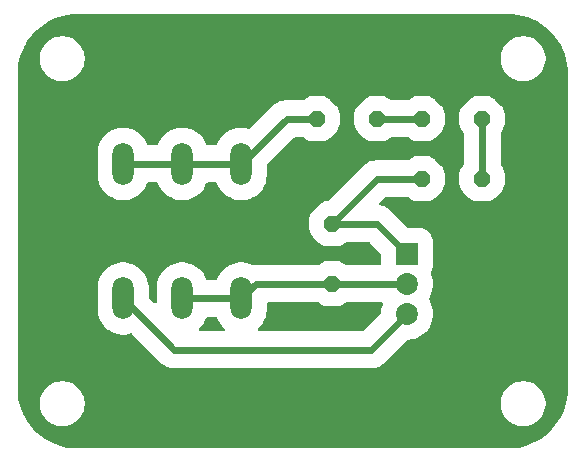
<source format=gbr>
%TF.GenerationSoftware,KiCad,Pcbnew,8.0.1-rc1*%
%TF.CreationDate,2024-04-19T00:03:43-05:00*%
%TF.ProjectId,voltage_converter,766f6c74-6167-4655-9f63-6f6e76657274,rev?*%
%TF.SameCoordinates,Original*%
%TF.FileFunction,Copper,L2,Bot*%
%TF.FilePolarity,Positive*%
%FSLAX46Y46*%
G04 Gerber Fmt 4.6, Leading zero omitted, Abs format (unit mm)*
G04 Created by KiCad (PCBNEW 8.0.1-rc1) date 2024-04-19 00:03:43*
%MOMM*%
%LPD*%
G01*
G04 APERTURE LIST*
G04 Aperture macros list*
%AMOutline5P*
0 Free polygon, 5 corners , with rotation*
0 The origin of the aperture is its center*
0 number of corners: always 5*
0 $1 to $10 corner X, Y*
0 $11 Rotation angle, in degrees counterclockwise*
0 create outline with 5 corners*
4,1,5,$1,$2,$3,$4,$5,$6,$7,$8,$9,$10,$1,$2,$11*%
%AMOutline6P*
0 Free polygon, 6 corners , with rotation*
0 The origin of the aperture is its center*
0 number of corners: always 6*
0 $1 to $12 corner X, Y*
0 $13 Rotation angle, in degrees counterclockwise*
0 create outline with 6 corners*
4,1,6,$1,$2,$3,$4,$5,$6,$7,$8,$9,$10,$11,$12,$1,$2,$13*%
%AMOutline7P*
0 Free polygon, 7 corners , with rotation*
0 The origin of the aperture is its center*
0 number of corners: always 7*
0 $1 to $14 corner X, Y*
0 $15 Rotation angle, in degrees counterclockwise*
0 create outline with 7 corners*
4,1,7,$1,$2,$3,$4,$5,$6,$7,$8,$9,$10,$11,$12,$13,$14,$1,$2,$15*%
%AMOutline8P*
0 Free polygon, 8 corners , with rotation*
0 The origin of the aperture is its center*
0 number of corners: always 8*
0 $1 to $16 corner X, Y*
0 $17 Rotation angle, in degrees counterclockwise*
0 create outline with 8 corners*
4,1,8,$1,$2,$3,$4,$5,$6,$7,$8,$9,$10,$11,$12,$13,$14,$15,$16,$1,$2,$17*%
G04 Aperture macros list end*
%TA.AperFunction,ComponentPad*%
%ADD10Outline8P,-0.660400X0.273547X-0.273547X0.660400X0.273547X0.660400X0.660400X0.273547X0.660400X-0.273547X0.273547X-0.660400X-0.273547X-0.660400X-0.660400X-0.273547X270.000000*%
%TD*%
%TA.AperFunction,ComponentPad*%
%ADD11Outline8P,-0.660400X0.273547X-0.273547X0.660400X0.273547X0.660400X0.660400X0.273547X0.660400X-0.273547X0.273547X-0.660400X-0.273547X-0.660400X-0.660400X-0.273547X180.000000*%
%TD*%
%TA.AperFunction,ComponentPad*%
%ADD12Outline8P,-0.660400X0.273547X-0.273547X0.660400X0.273547X0.660400X0.660400X0.273547X0.660400X-0.273547X0.273547X-0.660400X-0.273547X-0.660400X-0.660400X-0.273547X0.000000*%
%TD*%
%TA.AperFunction,ComponentPad*%
%ADD13C,1.860000*%
%TD*%
%TA.AperFunction,ComponentPad*%
%ADD14R,1.860000X1.860000*%
%TD*%
%TA.AperFunction,ComponentPad*%
%ADD15O,1.790700X3.581400*%
%TD*%
%TA.AperFunction,Conductor*%
%ADD16C,0.609600*%
%TD*%
G04 APERTURE END LIST*
D10*
%TO.P,R1,2*%
%TO.N,+8V*%
X151841100Y-109443600D03*
%TO.P,R1,1*%
%TO.N,N$3*%
X151841100Y-104363600D03*
%TD*%
D11*
%TO.P,R2,2*%
%TO.N,N$3*%
X159461100Y-100553600D03*
%TO.P,R2,1*%
%TO.N,N$2*%
X164541100Y-100553600D03*
%TD*%
D12*
%TO.P,R3,2*%
%TO.N,N$2*%
X164541100Y-95473600D03*
%TO.P,R3,1*%
%TO.N,N$1*%
X159461100Y-95473600D03*
%TD*%
%TO.P,R4,2*%
%TO.N,N$1*%
X155651100Y-95473600D03*
%TO.P,R4,1*%
%TO.N,GND*%
X150571100Y-95473600D03*
%TD*%
D13*
%TO.P,VR1,3*%
%TO.N,VCC*%
X158191100Y-111983600D03*
%TO.P,VR1,2*%
%TO.N,+8V*%
X158191100Y-109443600D03*
D14*
%TO.P,VR1,1*%
%TO.N,N$3*%
X158191100Y-106903600D03*
%TD*%
D15*
%TO.P,X4,3*%
%TO.N,VCC*%
X134141100Y-110693600D03*
%TO.P,X4,2*%
%TO.N,+8V*%
X139141100Y-110693600D03*
%TO.P,X4,1*%
X144141100Y-110693600D03*
%TD*%
%TO.P,X5,3*%
%TO.N,GND*%
X144141100Y-99303600D03*
%TO.P,X5,2*%
X139141100Y-99303600D03*
%TO.P,X5,1*%
X134141100Y-99303600D03*
%TD*%
D16*
%TO.N,VCC*%
X155153637Y-115021063D02*
X158191100Y-111983600D01*
X134141100Y-110693600D02*
X138468563Y-115021063D01*
X138468563Y-115021063D02*
X155153637Y-115021063D01*
%TO.N,GND*%
X147971100Y-95473600D02*
X150571100Y-95473600D01*
X144141100Y-99303600D02*
X147971100Y-95473600D01*
X139141100Y-99303600D02*
X134141100Y-99303600D01*
X144141100Y-99303600D02*
X139141100Y-99303600D01*
%TO.N,+8V*%
X145391100Y-109443600D02*
X151841100Y-109443600D01*
X144141100Y-110693600D02*
X145391100Y-109443600D01*
X139141100Y-110693600D02*
X144141100Y-110693600D01*
X158191100Y-109443600D02*
X151841100Y-109443600D01*
%TO.N,N$3*%
X155651100Y-100553600D02*
X159461100Y-100553600D01*
X151841100Y-104363600D02*
X155651100Y-100553600D01*
X155651100Y-104363600D02*
X158191100Y-106903600D01*
X151841100Y-104363600D02*
X155651100Y-104363600D01*
%TO.N,N$2*%
X164541100Y-95473600D02*
X164541100Y-100553600D01*
%TO.N,N$1*%
X159461100Y-95473600D02*
X155651100Y-95473600D01*
%TD*%
%TA.AperFunction,NonConductor*%
G36*
X166753662Y-86619205D02*
G01*
X167163388Y-86636152D01*
X167173561Y-86636995D01*
X167577969Y-86687404D01*
X167588049Y-86689086D01*
X167986901Y-86772716D01*
X167996809Y-86775225D01*
X168387394Y-86891508D01*
X168397062Y-86894827D01*
X168776696Y-87042961D01*
X168786081Y-87047078D01*
X169152157Y-87226042D01*
X169161171Y-87230919D01*
X169511252Y-87439522D01*
X169519831Y-87445128D01*
X169851461Y-87681906D01*
X169859543Y-87688197D01*
X170170512Y-87951574D01*
X170178052Y-87958515D01*
X170466184Y-88246647D01*
X170473125Y-88254187D01*
X170736502Y-88565156D01*
X170742797Y-88573244D01*
X170979571Y-88904868D01*
X170985177Y-88913447D01*
X171193780Y-89263528D01*
X171198657Y-89272542D01*
X171377621Y-89638618D01*
X171381738Y-89648003D01*
X171529867Y-90027625D01*
X171533195Y-90037318D01*
X171649470Y-90427877D01*
X171651986Y-90437812D01*
X171735610Y-90836636D01*
X171737297Y-90846745D01*
X171787702Y-91251117D01*
X171788548Y-91261331D01*
X171805494Y-91671037D01*
X171805600Y-91676161D01*
X171805600Y-118331038D01*
X171805494Y-118336162D01*
X171788548Y-118745868D01*
X171787702Y-118756082D01*
X171737297Y-119160454D01*
X171735610Y-119170563D01*
X171651986Y-119569387D01*
X171649470Y-119579322D01*
X171533195Y-119969881D01*
X171529867Y-119979574D01*
X171381738Y-120359196D01*
X171377621Y-120368581D01*
X171198657Y-120734657D01*
X171193780Y-120743671D01*
X170985177Y-121093752D01*
X170979571Y-121102331D01*
X170742797Y-121433955D01*
X170736502Y-121442043D01*
X170473125Y-121753012D01*
X170466184Y-121760552D01*
X170178052Y-122048684D01*
X170170512Y-122055625D01*
X169859543Y-122319002D01*
X169851455Y-122325297D01*
X169519831Y-122562071D01*
X169511252Y-122567677D01*
X169161171Y-122776280D01*
X169152157Y-122781157D01*
X168786081Y-122960121D01*
X168776696Y-122964238D01*
X168397074Y-123112367D01*
X168387381Y-123115695D01*
X167996822Y-123231970D01*
X167986887Y-123234486D01*
X167588063Y-123318110D01*
X167577954Y-123319797D01*
X167173582Y-123370202D01*
X167163368Y-123371048D01*
X166753663Y-123387994D01*
X166748539Y-123388100D01*
X130253661Y-123388100D01*
X130248537Y-123387994D01*
X129838831Y-123371048D01*
X129828617Y-123370202D01*
X129424245Y-123319797D01*
X129414136Y-123318110D01*
X129015312Y-123234486D01*
X129005377Y-123231970D01*
X128614818Y-123115695D01*
X128605125Y-123112367D01*
X128225503Y-122964238D01*
X128216118Y-122960121D01*
X127850042Y-122781157D01*
X127841028Y-122776280D01*
X127490947Y-122567677D01*
X127482368Y-122562071D01*
X127150744Y-122325297D01*
X127142656Y-122319002D01*
X126831687Y-122055625D01*
X126824147Y-122048684D01*
X126536015Y-121760552D01*
X126529074Y-121753012D01*
X126265697Y-121442043D01*
X126259402Y-121433955D01*
X126240906Y-121408050D01*
X126022628Y-121102331D01*
X126017022Y-121093752D01*
X125808419Y-120743671D01*
X125803542Y-120734657D01*
X125662629Y-120446416D01*
X125624576Y-120368577D01*
X125620461Y-120359196D01*
X125554861Y-120191077D01*
X125472327Y-119979562D01*
X125469008Y-119969894D01*
X125397059Y-119728224D01*
X127079600Y-119728224D01*
X127079601Y-119728241D01*
X127112134Y-119975356D01*
X127176649Y-120216129D01*
X127272031Y-120446404D01*
X127272038Y-120446419D01*
X127396667Y-120662283D01*
X127548407Y-120860034D01*
X127548413Y-120860041D01*
X127724658Y-121036286D01*
X127724665Y-121036292D01*
X127922416Y-121188032D01*
X128138280Y-121312661D01*
X128138295Y-121312668D01*
X128237535Y-121353774D01*
X128368571Y-121408051D01*
X128609340Y-121472565D01*
X128856469Y-121505100D01*
X128856476Y-121505100D01*
X129105724Y-121505100D01*
X129105731Y-121505100D01*
X129352860Y-121472565D01*
X129593629Y-121408051D01*
X129823916Y-121312663D01*
X130039784Y-121188032D01*
X130237536Y-121036291D01*
X130413791Y-120860036D01*
X130565532Y-120662284D01*
X130690163Y-120446416D01*
X130785551Y-120216129D01*
X130850065Y-119975360D01*
X130882600Y-119728231D01*
X130882600Y-119728224D01*
X166098500Y-119728224D01*
X166098501Y-119728241D01*
X166131034Y-119975356D01*
X166195549Y-120216129D01*
X166290931Y-120446404D01*
X166290938Y-120446419D01*
X166415567Y-120662283D01*
X166567307Y-120860034D01*
X166567313Y-120860041D01*
X166743558Y-121036286D01*
X166743565Y-121036292D01*
X166941316Y-121188032D01*
X167157180Y-121312661D01*
X167157195Y-121312668D01*
X167256435Y-121353774D01*
X167387471Y-121408051D01*
X167628240Y-121472565D01*
X167875369Y-121505100D01*
X167875376Y-121505100D01*
X168124624Y-121505100D01*
X168124631Y-121505100D01*
X168371760Y-121472565D01*
X168612529Y-121408051D01*
X168842816Y-121312663D01*
X169058684Y-121188032D01*
X169256436Y-121036291D01*
X169432691Y-120860036D01*
X169584432Y-120662284D01*
X169709063Y-120446416D01*
X169804451Y-120216129D01*
X169868965Y-119975360D01*
X169901500Y-119728231D01*
X169901500Y-119478969D01*
X169868965Y-119231840D01*
X169804451Y-118991071D01*
X169709063Y-118760784D01*
X169706348Y-118756082D01*
X169584432Y-118544916D01*
X169432692Y-118347165D01*
X169432686Y-118347158D01*
X169256441Y-118170913D01*
X169256434Y-118170907D01*
X169058683Y-118019167D01*
X168842819Y-117894538D01*
X168842804Y-117894531D01*
X168612529Y-117799149D01*
X168371756Y-117734634D01*
X168124641Y-117702101D01*
X168124636Y-117702100D01*
X168124631Y-117702100D01*
X167875369Y-117702100D01*
X167875363Y-117702100D01*
X167875358Y-117702101D01*
X167628243Y-117734634D01*
X167387470Y-117799149D01*
X167157195Y-117894531D01*
X167157180Y-117894538D01*
X166941316Y-118019167D01*
X166743565Y-118170907D01*
X166743558Y-118170913D01*
X166567313Y-118347158D01*
X166567307Y-118347165D01*
X166415567Y-118544916D01*
X166290938Y-118760780D01*
X166290931Y-118760795D01*
X166195549Y-118991070D01*
X166131034Y-119231843D01*
X166098501Y-119478958D01*
X166098500Y-119478975D01*
X166098500Y-119728224D01*
X130882600Y-119728224D01*
X130882600Y-119478969D01*
X130850065Y-119231840D01*
X130785551Y-118991071D01*
X130690163Y-118760784D01*
X130687448Y-118756082D01*
X130565532Y-118544916D01*
X130413792Y-118347165D01*
X130413786Y-118347158D01*
X130237541Y-118170913D01*
X130237534Y-118170907D01*
X130039783Y-118019167D01*
X129823919Y-117894538D01*
X129823904Y-117894531D01*
X129593629Y-117799149D01*
X129352856Y-117734634D01*
X129105741Y-117702101D01*
X129105736Y-117702100D01*
X129105731Y-117702100D01*
X128856469Y-117702100D01*
X128856463Y-117702100D01*
X128856458Y-117702101D01*
X128609343Y-117734634D01*
X128368570Y-117799149D01*
X128138295Y-117894531D01*
X128138280Y-117894538D01*
X127922416Y-118019167D01*
X127724665Y-118170907D01*
X127724658Y-118170913D01*
X127548413Y-118347158D01*
X127548407Y-118347165D01*
X127396667Y-118544916D01*
X127272038Y-118760780D01*
X127272031Y-118760795D01*
X127176649Y-118991070D01*
X127112134Y-119231843D01*
X127079601Y-119478958D01*
X127079600Y-119478975D01*
X127079600Y-119728224D01*
X125397059Y-119728224D01*
X125352725Y-119579309D01*
X125350216Y-119569401D01*
X125266586Y-119170549D01*
X125264904Y-119160469D01*
X125214495Y-118756061D01*
X125213652Y-118745888D01*
X125196706Y-118336162D01*
X125196600Y-118331038D01*
X125196600Y-111730900D01*
X131975250Y-111730900D01*
X131975251Y-111730917D01*
X132012307Y-112012389D01*
X132085792Y-112286637D01*
X132194438Y-112548932D01*
X132194443Y-112548943D01*
X132336393Y-112794806D01*
X132336404Y-112794822D01*
X132509232Y-113020056D01*
X132509238Y-113020063D01*
X132709986Y-113220811D01*
X132709993Y-113220817D01*
X132847138Y-113326052D01*
X132935236Y-113393652D01*
X132935243Y-113393656D01*
X133181106Y-113535606D01*
X133181111Y-113535608D01*
X133181114Y-113535610D01*
X133443417Y-113644259D01*
X133717657Y-113717742D01*
X133999143Y-113754800D01*
X133999150Y-113754800D01*
X134283050Y-113754800D01*
X134283057Y-113754800D01*
X134564543Y-113717742D01*
X134789482Y-113657469D01*
X134859327Y-113659132D01*
X134909252Y-113689563D01*
X137442324Y-116222635D01*
X137642926Y-116368381D01*
X137751286Y-116423593D01*
X137863856Y-116480951D01*
X137863862Y-116480953D01*
X137981767Y-116519262D01*
X137981768Y-116519262D01*
X138099679Y-116557574D01*
X138191518Y-116572119D01*
X138344579Y-116596363D01*
X138344584Y-116596363D01*
X155277621Y-116596363D01*
X155413674Y-116574813D01*
X155522521Y-116557574D01*
X155640431Y-116519262D01*
X155758343Y-116480951D01*
X155979274Y-116368381D01*
X156179876Y-116222635D01*
X158182272Y-114220236D01*
X158243593Y-114186753D01*
X158261830Y-114184185D01*
X158478939Y-114169956D01*
X158761853Y-114113681D01*
X159035002Y-114020959D01*
X159293711Y-113893378D01*
X159533554Y-113733120D01*
X159750427Y-113542927D01*
X159940620Y-113326054D01*
X160100878Y-113086211D01*
X160228459Y-112827502D01*
X160321181Y-112554353D01*
X160377456Y-112271439D01*
X160396322Y-111983600D01*
X160377456Y-111695761D01*
X160321181Y-111412847D01*
X160228459Y-111139698D01*
X160100878Y-110880989D01*
X160035062Y-110782489D01*
X160014185Y-110715814D01*
X160032669Y-110648434D01*
X160035047Y-110644732D01*
X160100878Y-110546211D01*
X160228459Y-110287502D01*
X160321181Y-110014353D01*
X160377456Y-109731439D01*
X160396322Y-109443600D01*
X160377456Y-109155761D01*
X160321181Y-108872847D01*
X160228459Y-108599698D01*
X160222278Y-108587164D01*
X160210283Y-108518332D01*
X160228965Y-108468624D01*
X160227825Y-108467977D01*
X160230571Y-108463137D01*
X160230572Y-108463136D01*
X160325151Y-108254916D01*
X160381030Y-108033153D01*
X160391600Y-107898847D01*
X160391599Y-105908354D01*
X160381030Y-105774047D01*
X160325151Y-105552284D01*
X160230572Y-105344064D01*
X160230571Y-105344062D01*
X160230568Y-105344056D01*
X160100340Y-105156085D01*
X160100337Y-105156081D01*
X160100334Y-105156077D01*
X159938623Y-104994366D01*
X159938619Y-104994363D01*
X159938614Y-104994359D01*
X159750643Y-104864131D01*
X159750637Y-104864128D01*
X159596662Y-104794189D01*
X159542416Y-104769549D01*
X159320653Y-104713670D01*
X159298268Y-104711908D01*
X159186352Y-104703100D01*
X159186347Y-104703100D01*
X158269772Y-104703100D01*
X158202733Y-104683415D01*
X158182091Y-104666781D01*
X156677341Y-103162030D01*
X156677340Y-103162029D01*
X156677339Y-103162028D01*
X156476737Y-103016282D01*
X156255806Y-102903711D01*
X156255803Y-102903710D01*
X156110215Y-102856407D01*
X156019984Y-102827089D01*
X156019982Y-102827088D01*
X156019980Y-102827088D01*
X155902471Y-102808476D01*
X155839336Y-102778546D01*
X155802405Y-102719235D01*
X155803403Y-102649372D01*
X155834186Y-102598324D01*
X156267292Y-102165219D01*
X156328615Y-102131734D01*
X156354973Y-102128900D01*
X158254333Y-102128900D01*
X158321372Y-102148585D01*
X158342014Y-102165219D01*
X158347935Y-102171140D01*
X158403440Y-102220187D01*
X158403444Y-102220190D01*
X158403448Y-102220193D01*
X158595712Y-102344030D01*
X158806998Y-102431548D01*
X159030510Y-102479931D01*
X159030515Y-102479932D01*
X159104446Y-102484500D01*
X159817756Y-102484500D01*
X159817757Y-102484500D01*
X159891687Y-102479931D01*
X160115204Y-102431547D01*
X160326490Y-102344029D01*
X160518753Y-102220192D01*
X160574259Y-102171146D01*
X161078646Y-101666758D01*
X161127693Y-101611252D01*
X161251530Y-101418988D01*
X161339048Y-101207702D01*
X161387432Y-100984185D01*
X161392000Y-100910256D01*
X162610200Y-100910256D01*
X162614769Y-100984189D01*
X162614769Y-100984190D01*
X162663152Y-101207701D01*
X162663152Y-101207702D01*
X162750671Y-101418990D01*
X162874508Y-101611253D01*
X162923559Y-101666765D01*
X162923562Y-101666768D01*
X163427935Y-102171140D01*
X163483440Y-102220187D01*
X163483444Y-102220190D01*
X163483448Y-102220193D01*
X163675712Y-102344030D01*
X163886998Y-102431548D01*
X164110510Y-102479931D01*
X164110515Y-102479932D01*
X164184446Y-102484500D01*
X164897756Y-102484500D01*
X164897757Y-102484500D01*
X164971687Y-102479931D01*
X165195204Y-102431547D01*
X165406490Y-102344029D01*
X165598753Y-102220192D01*
X165654259Y-102171146D01*
X166158646Y-101666758D01*
X166207693Y-101611252D01*
X166331530Y-101418988D01*
X166419048Y-101207702D01*
X166467432Y-100984185D01*
X166472000Y-100910254D01*
X166472000Y-100196943D01*
X166467431Y-100123013D01*
X166419047Y-99899496D01*
X166331529Y-99688210D01*
X166207692Y-99495947D01*
X166158646Y-99440441D01*
X166152719Y-99434514D01*
X166119234Y-99373191D01*
X166116400Y-99346833D01*
X166116400Y-96680366D01*
X166136085Y-96613327D01*
X166152725Y-96592679D01*
X166158642Y-96586762D01*
X166158648Y-96586756D01*
X166207693Y-96531252D01*
X166331530Y-96338988D01*
X166419048Y-96127702D01*
X166467432Y-95904185D01*
X166472000Y-95830254D01*
X166472000Y-95116943D01*
X166467431Y-95043013D01*
X166419047Y-94819496D01*
X166331529Y-94608210D01*
X166207692Y-94415947D01*
X166158646Y-94360441D01*
X166158640Y-94360434D01*
X166158637Y-94360431D01*
X165654264Y-93856059D01*
X165598759Y-93807012D01*
X165598753Y-93807008D01*
X165598752Y-93807007D01*
X165406488Y-93683170D01*
X165195200Y-93595651D01*
X164971686Y-93547268D01*
X164971690Y-93547268D01*
X164897754Y-93542700D01*
X164184443Y-93542700D01*
X164165960Y-93543842D01*
X164110510Y-93547269D01*
X164110509Y-93547269D01*
X163886998Y-93595652D01*
X163886997Y-93595652D01*
X163675709Y-93683171D01*
X163483446Y-93807008D01*
X163427934Y-93856059D01*
X163427931Y-93856062D01*
X162923559Y-94360435D01*
X162874512Y-94415940D01*
X162874508Y-94415946D01*
X162750670Y-94608211D01*
X162663151Y-94819499D01*
X162663151Y-94819500D01*
X162614768Y-95043011D01*
X162610200Y-95116946D01*
X162610200Y-95830256D01*
X162614769Y-95904189D01*
X162614769Y-95904190D01*
X162663152Y-96127701D01*
X162663152Y-96127702D01*
X162663153Y-96127704D01*
X162750671Y-96338990D01*
X162874508Y-96531253D01*
X162923554Y-96586759D01*
X162929476Y-96592680D01*
X162962964Y-96654000D01*
X162965800Y-96680366D01*
X162965800Y-99346833D01*
X162946115Y-99413872D01*
X162929481Y-99434514D01*
X162923559Y-99440435D01*
X162874512Y-99495940D01*
X162874508Y-99495946D01*
X162750670Y-99688211D01*
X162663151Y-99899499D01*
X162663151Y-99899500D01*
X162614768Y-100123011D01*
X162610200Y-100196946D01*
X162610200Y-100910256D01*
X161392000Y-100910256D01*
X161392000Y-100910254D01*
X161392000Y-100196943D01*
X161387431Y-100123013D01*
X161339047Y-99899496D01*
X161251529Y-99688210D01*
X161127692Y-99495947D01*
X161078646Y-99440441D01*
X161078644Y-99440439D01*
X161078640Y-99440434D01*
X161078637Y-99440431D01*
X160574264Y-98936059D01*
X160518759Y-98887012D01*
X160518753Y-98887008D01*
X160518752Y-98887007D01*
X160326488Y-98763170D01*
X160115200Y-98675651D01*
X159891686Y-98627268D01*
X159891690Y-98627268D01*
X159817754Y-98622700D01*
X159104443Y-98622700D01*
X159085960Y-98623842D01*
X159030510Y-98627269D01*
X159030509Y-98627269D01*
X158806998Y-98675652D01*
X158806997Y-98675652D01*
X158595709Y-98763171D01*
X158403446Y-98887008D01*
X158347944Y-98936051D01*
X158347939Y-98936055D01*
X158342014Y-98941981D01*
X158280691Y-98975466D01*
X158254333Y-98978300D01*
X155527116Y-98978300D01*
X155282219Y-99017088D01*
X155282218Y-99017088D01*
X155191985Y-99046407D01*
X155046397Y-99093710D01*
X154825462Y-99206282D01*
X154711012Y-99289435D01*
X154624861Y-99352028D01*
X154624859Y-99352030D01*
X154624858Y-99352030D01*
X151580508Y-102396381D01*
X151519185Y-102429866D01*
X151492827Y-102432700D01*
X151484443Y-102432700D01*
X151465960Y-102433842D01*
X151410510Y-102437269D01*
X151410509Y-102437269D01*
X151186998Y-102485652D01*
X151186997Y-102485652D01*
X150975709Y-102573171D01*
X150783446Y-102697008D01*
X150727934Y-102746059D01*
X150727931Y-102746062D01*
X150223559Y-103250435D01*
X150174512Y-103305940D01*
X150174508Y-103305946D01*
X150050670Y-103498211D01*
X149963151Y-103709499D01*
X149963151Y-103709500D01*
X149914768Y-103933011D01*
X149910200Y-104006946D01*
X149910200Y-104720256D01*
X149914769Y-104794189D01*
X149914769Y-104794190D01*
X149963152Y-105017701D01*
X149963152Y-105017702D01*
X150050671Y-105228990D01*
X150174508Y-105421253D01*
X150223559Y-105476765D01*
X150223562Y-105476768D01*
X150727935Y-105981140D01*
X150783440Y-106030187D01*
X150783444Y-106030190D01*
X150783448Y-106030193D01*
X150975712Y-106154030D01*
X151186998Y-106241548D01*
X151410510Y-106289931D01*
X151410515Y-106289932D01*
X151484446Y-106294500D01*
X152197756Y-106294500D01*
X152197757Y-106294500D01*
X152271687Y-106289931D01*
X152495204Y-106241547D01*
X152706490Y-106154029D01*
X152898753Y-106030192D01*
X152954259Y-105981146D01*
X152960186Y-105975219D01*
X153021509Y-105941734D01*
X153047867Y-105938900D01*
X154947227Y-105938900D01*
X155014266Y-105958585D01*
X155034908Y-105975219D01*
X155954281Y-106894591D01*
X155987766Y-106955914D01*
X155990600Y-106982272D01*
X155990601Y-107744300D01*
X155970917Y-107811339D01*
X155918113Y-107857094D01*
X155866601Y-107868300D01*
X153047867Y-107868300D01*
X152980828Y-107848615D01*
X152960186Y-107831981D01*
X152954264Y-107826059D01*
X152898759Y-107777012D01*
X152898753Y-107777008D01*
X152898752Y-107777007D01*
X152706488Y-107653170D01*
X152495200Y-107565651D01*
X152271686Y-107517268D01*
X152271690Y-107517268D01*
X152197754Y-107512700D01*
X151484443Y-107512700D01*
X151465960Y-107513842D01*
X151410510Y-107517269D01*
X151410509Y-107517269D01*
X151186998Y-107565652D01*
X151186997Y-107565652D01*
X150975709Y-107653171D01*
X150783446Y-107777008D01*
X150727944Y-107826051D01*
X150727939Y-107826055D01*
X150722014Y-107831981D01*
X150660691Y-107865466D01*
X150634333Y-107868300D01*
X145267119Y-107868300D01*
X145202906Y-107878469D01*
X145133613Y-107869512D01*
X145121512Y-107863383D01*
X145101084Y-107851589D01*
X145101079Y-107851587D01*
X144838787Y-107742942D01*
X144564539Y-107669457D01*
X144283067Y-107632401D01*
X144283062Y-107632400D01*
X144283057Y-107632400D01*
X143999143Y-107632400D01*
X143999137Y-107632400D01*
X143999132Y-107632401D01*
X143717660Y-107669457D01*
X143443412Y-107742942D01*
X143181117Y-107851588D01*
X143181106Y-107851593D01*
X142935243Y-107993543D01*
X142935227Y-107993554D01*
X142709993Y-108166382D01*
X142709986Y-108166388D01*
X142509238Y-108367136D01*
X142509232Y-108367143D01*
X142336404Y-108592377D01*
X142336393Y-108592393D01*
X142194443Y-108838256D01*
X142194435Y-108838272D01*
X142110153Y-109041752D01*
X142066313Y-109096156D01*
X142000018Y-109118221D01*
X141995592Y-109118300D01*
X141286608Y-109118300D01*
X141219569Y-109098615D01*
X141173814Y-109045811D01*
X141172047Y-109041752D01*
X141087764Y-108838272D01*
X141087756Y-108838256D01*
X140945806Y-108592393D01*
X140945802Y-108592386D01*
X140772966Y-108367142D01*
X140772961Y-108367136D01*
X140572213Y-108166388D01*
X140572206Y-108166382D01*
X140346972Y-107993554D01*
X140346970Y-107993552D01*
X140346964Y-107993548D01*
X140346959Y-107993545D01*
X140346956Y-107993543D01*
X140101093Y-107851593D01*
X140101082Y-107851588D01*
X139838787Y-107742942D01*
X139564539Y-107669457D01*
X139283067Y-107632401D01*
X139283062Y-107632400D01*
X139283057Y-107632400D01*
X138999143Y-107632400D01*
X138999137Y-107632400D01*
X138999132Y-107632401D01*
X138717660Y-107669457D01*
X138443412Y-107742942D01*
X138181117Y-107851588D01*
X138181106Y-107851593D01*
X137935243Y-107993543D01*
X137935227Y-107993554D01*
X137709993Y-108166382D01*
X137709986Y-108166388D01*
X137509238Y-108367136D01*
X137509232Y-108367143D01*
X137336404Y-108592377D01*
X137336393Y-108592393D01*
X137194443Y-108838256D01*
X137194438Y-108838267D01*
X137085792Y-109100562D01*
X137012307Y-109374810D01*
X136975251Y-109656282D01*
X136975250Y-109656299D01*
X136975250Y-111000577D01*
X136955565Y-111067616D01*
X136902761Y-111113371D01*
X136833603Y-111123315D01*
X136770047Y-111094290D01*
X136763569Y-111088258D01*
X136343269Y-110667958D01*
X136309784Y-110606635D01*
X136306950Y-110580277D01*
X136306950Y-109656299D01*
X136306950Y-109656293D01*
X136269892Y-109374807D01*
X136196409Y-109100567D01*
X136195600Y-109098615D01*
X136171796Y-109041146D01*
X136087760Y-108838264D01*
X136087758Y-108838261D01*
X136087756Y-108838256D01*
X135945806Y-108592393D01*
X135945802Y-108592386D01*
X135772966Y-108367142D01*
X135772961Y-108367136D01*
X135572213Y-108166388D01*
X135572206Y-108166382D01*
X135346972Y-107993554D01*
X135346970Y-107993552D01*
X135346964Y-107993548D01*
X135346959Y-107993545D01*
X135346956Y-107993543D01*
X135101093Y-107851593D01*
X135101082Y-107851588D01*
X134838787Y-107742942D01*
X134564539Y-107669457D01*
X134283067Y-107632401D01*
X134283062Y-107632400D01*
X134283057Y-107632400D01*
X133999143Y-107632400D01*
X133999137Y-107632400D01*
X133999132Y-107632401D01*
X133717660Y-107669457D01*
X133443412Y-107742942D01*
X133181117Y-107851588D01*
X133181106Y-107851593D01*
X132935243Y-107993543D01*
X132935227Y-107993554D01*
X132709993Y-108166382D01*
X132709986Y-108166388D01*
X132509238Y-108367136D01*
X132509232Y-108367143D01*
X132336404Y-108592377D01*
X132336393Y-108592393D01*
X132194443Y-108838256D01*
X132194438Y-108838267D01*
X132085792Y-109100562D01*
X132012307Y-109374810D01*
X131975251Y-109656282D01*
X131975250Y-109656299D01*
X131975250Y-111730900D01*
X125196600Y-111730900D01*
X125196600Y-100340900D01*
X131975250Y-100340900D01*
X131975251Y-100340917D01*
X132012307Y-100622389D01*
X132085792Y-100896637D01*
X132194438Y-101158932D01*
X132194443Y-101158943D01*
X132336393Y-101404806D01*
X132336404Y-101404822D01*
X132509232Y-101630056D01*
X132509238Y-101630063D01*
X132709986Y-101830811D01*
X132709992Y-101830816D01*
X132935236Y-102003652D01*
X132935243Y-102003656D01*
X133181106Y-102145606D01*
X133181111Y-102145608D01*
X133181114Y-102145610D01*
X133443417Y-102254259D01*
X133717657Y-102327742D01*
X133999143Y-102364800D01*
X133999150Y-102364800D01*
X134283050Y-102364800D01*
X134283057Y-102364800D01*
X134564543Y-102327742D01*
X134838783Y-102254259D01*
X135101086Y-102145610D01*
X135346964Y-102003652D01*
X135572208Y-101830816D01*
X135772966Y-101630058D01*
X135945802Y-101404814D01*
X136087760Y-101158936D01*
X136172047Y-100955447D01*
X136215887Y-100901044D01*
X136282182Y-100878979D01*
X136286608Y-100878900D01*
X136995592Y-100878900D01*
X137062631Y-100898585D01*
X137108386Y-100951389D01*
X137110153Y-100955448D01*
X137194435Y-101158927D01*
X137194443Y-101158943D01*
X137336393Y-101404806D01*
X137336404Y-101404822D01*
X137509232Y-101630056D01*
X137509238Y-101630063D01*
X137709986Y-101830811D01*
X137709992Y-101830816D01*
X137935236Y-102003652D01*
X137935243Y-102003656D01*
X138181106Y-102145606D01*
X138181111Y-102145608D01*
X138181114Y-102145610D01*
X138443417Y-102254259D01*
X138717657Y-102327742D01*
X138999143Y-102364800D01*
X138999150Y-102364800D01*
X139283050Y-102364800D01*
X139283057Y-102364800D01*
X139564543Y-102327742D01*
X139838783Y-102254259D01*
X140101086Y-102145610D01*
X140346964Y-102003652D01*
X140572208Y-101830816D01*
X140772966Y-101630058D01*
X140945802Y-101404814D01*
X141087760Y-101158936D01*
X141172047Y-100955447D01*
X141215887Y-100901044D01*
X141282182Y-100878979D01*
X141286608Y-100878900D01*
X141995592Y-100878900D01*
X142062631Y-100898585D01*
X142108386Y-100951389D01*
X142110153Y-100955448D01*
X142194435Y-101158927D01*
X142194443Y-101158943D01*
X142336393Y-101404806D01*
X142336404Y-101404822D01*
X142509232Y-101630056D01*
X142509238Y-101630063D01*
X142709986Y-101830811D01*
X142709992Y-101830816D01*
X142935236Y-102003652D01*
X142935243Y-102003656D01*
X143181106Y-102145606D01*
X143181111Y-102145608D01*
X143181114Y-102145610D01*
X143443417Y-102254259D01*
X143717657Y-102327742D01*
X143999143Y-102364800D01*
X143999150Y-102364800D01*
X144283050Y-102364800D01*
X144283057Y-102364800D01*
X144564543Y-102327742D01*
X144838783Y-102254259D01*
X145101086Y-102145610D01*
X145346964Y-102003652D01*
X145572208Y-101830816D01*
X145772966Y-101630058D01*
X145945802Y-101404814D01*
X146087760Y-101158936D01*
X146196409Y-100896633D01*
X146269892Y-100622393D01*
X146306950Y-100340907D01*
X146306950Y-99416923D01*
X146326635Y-99349884D01*
X146343269Y-99329242D01*
X148587292Y-97085219D01*
X148648615Y-97051734D01*
X148674973Y-97048900D01*
X149364333Y-97048900D01*
X149431372Y-97068585D01*
X149452014Y-97085219D01*
X149457935Y-97091140D01*
X149513440Y-97140187D01*
X149513444Y-97140190D01*
X149513448Y-97140193D01*
X149705712Y-97264030D01*
X149916998Y-97351548D01*
X150140510Y-97399931D01*
X150140515Y-97399932D01*
X150214446Y-97404500D01*
X150927756Y-97404500D01*
X150927757Y-97404500D01*
X151001687Y-97399931D01*
X151225204Y-97351547D01*
X151436490Y-97264029D01*
X151628753Y-97140192D01*
X151684259Y-97091146D01*
X152188646Y-96586758D01*
X152237693Y-96531252D01*
X152361530Y-96338988D01*
X152449048Y-96127702D01*
X152497432Y-95904185D01*
X152502000Y-95830256D01*
X153720200Y-95830256D01*
X153724769Y-95904189D01*
X153724769Y-95904190D01*
X153773152Y-96127701D01*
X153773152Y-96127702D01*
X153860671Y-96338990D01*
X153984508Y-96531253D01*
X154033559Y-96586765D01*
X154033562Y-96586768D01*
X154537935Y-97091140D01*
X154593440Y-97140187D01*
X154593444Y-97140190D01*
X154593448Y-97140193D01*
X154785712Y-97264030D01*
X154996998Y-97351548D01*
X155220510Y-97399931D01*
X155220515Y-97399932D01*
X155294446Y-97404500D01*
X156007756Y-97404500D01*
X156007757Y-97404500D01*
X156081687Y-97399931D01*
X156305204Y-97351547D01*
X156516490Y-97264029D01*
X156708753Y-97140192D01*
X156764259Y-97091146D01*
X156770186Y-97085219D01*
X156831509Y-97051734D01*
X156857867Y-97048900D01*
X158254333Y-97048900D01*
X158321372Y-97068585D01*
X158342014Y-97085219D01*
X158347935Y-97091140D01*
X158403440Y-97140187D01*
X158403444Y-97140190D01*
X158403448Y-97140193D01*
X158595712Y-97264030D01*
X158806998Y-97351548D01*
X159030510Y-97399931D01*
X159030515Y-97399932D01*
X159104446Y-97404500D01*
X159817756Y-97404500D01*
X159817757Y-97404500D01*
X159891687Y-97399931D01*
X160115204Y-97351547D01*
X160326490Y-97264029D01*
X160518753Y-97140192D01*
X160574259Y-97091146D01*
X161078646Y-96586758D01*
X161127693Y-96531252D01*
X161251530Y-96338988D01*
X161339048Y-96127702D01*
X161387432Y-95904185D01*
X161392000Y-95830254D01*
X161392000Y-95116943D01*
X161387431Y-95043013D01*
X161339047Y-94819496D01*
X161251529Y-94608210D01*
X161127692Y-94415947D01*
X161078646Y-94360441D01*
X161078640Y-94360434D01*
X161078637Y-94360431D01*
X160574264Y-93856059D01*
X160518759Y-93807012D01*
X160518753Y-93807008D01*
X160518752Y-93807007D01*
X160326488Y-93683170D01*
X160115200Y-93595651D01*
X159891686Y-93547268D01*
X159891690Y-93547268D01*
X159817754Y-93542700D01*
X159104443Y-93542700D01*
X159085960Y-93543842D01*
X159030510Y-93547269D01*
X159030509Y-93547269D01*
X158806998Y-93595652D01*
X158806997Y-93595652D01*
X158595709Y-93683171D01*
X158403446Y-93807008D01*
X158347944Y-93856051D01*
X158347939Y-93856055D01*
X158342014Y-93861981D01*
X158280691Y-93895466D01*
X158254333Y-93898300D01*
X156857867Y-93898300D01*
X156790828Y-93878615D01*
X156770186Y-93861981D01*
X156764264Y-93856059D01*
X156708759Y-93807012D01*
X156708753Y-93807008D01*
X156708752Y-93807007D01*
X156516488Y-93683170D01*
X156305200Y-93595651D01*
X156081686Y-93547268D01*
X156081690Y-93547268D01*
X156007754Y-93542700D01*
X155294443Y-93542700D01*
X155275960Y-93543842D01*
X155220510Y-93547269D01*
X155220509Y-93547269D01*
X154996998Y-93595652D01*
X154996997Y-93595652D01*
X154785709Y-93683171D01*
X154593446Y-93807008D01*
X154537934Y-93856059D01*
X154537931Y-93856062D01*
X154033559Y-94360435D01*
X153984512Y-94415940D01*
X153984508Y-94415946D01*
X153860670Y-94608211D01*
X153773151Y-94819499D01*
X153773151Y-94819500D01*
X153724768Y-95043011D01*
X153720200Y-95116946D01*
X153720200Y-95830256D01*
X152502000Y-95830256D01*
X152502000Y-95830254D01*
X152502000Y-95116943D01*
X152497431Y-95043013D01*
X152449047Y-94819496D01*
X152361529Y-94608210D01*
X152237692Y-94415947D01*
X152188646Y-94360441D01*
X152188640Y-94360434D01*
X152188637Y-94360431D01*
X151684264Y-93856059D01*
X151628759Y-93807012D01*
X151628753Y-93807008D01*
X151628752Y-93807007D01*
X151436488Y-93683170D01*
X151225200Y-93595651D01*
X151001686Y-93547268D01*
X151001690Y-93547268D01*
X150927754Y-93542700D01*
X150214443Y-93542700D01*
X150195960Y-93543842D01*
X150140510Y-93547269D01*
X150140509Y-93547269D01*
X149916998Y-93595652D01*
X149916997Y-93595652D01*
X149705709Y-93683171D01*
X149513446Y-93807008D01*
X149457944Y-93856051D01*
X149457939Y-93856055D01*
X149452014Y-93861981D01*
X149390691Y-93895466D01*
X149364333Y-93898300D01*
X147847116Y-93898300D01*
X147602219Y-93937088D01*
X147602218Y-93937088D01*
X147511985Y-93966407D01*
X147366396Y-94013710D01*
X147366393Y-94013711D01*
X147145462Y-94126282D01*
X147031012Y-94209435D01*
X146944861Y-94272028D01*
X146944859Y-94272030D01*
X146944858Y-94272030D01*
X144909252Y-96307636D01*
X144847929Y-96341121D01*
X144789479Y-96339730D01*
X144564543Y-96279458D01*
X144564542Y-96279457D01*
X144564539Y-96279457D01*
X144283067Y-96242401D01*
X144283062Y-96242400D01*
X144283057Y-96242400D01*
X143999143Y-96242400D01*
X143999137Y-96242400D01*
X143999132Y-96242401D01*
X143717660Y-96279457D01*
X143443412Y-96352942D01*
X143181117Y-96461588D01*
X143181106Y-96461593D01*
X142935243Y-96603543D01*
X142935227Y-96603554D01*
X142709993Y-96776382D01*
X142709986Y-96776388D01*
X142509238Y-96977136D01*
X142509232Y-96977143D01*
X142336404Y-97202377D01*
X142336393Y-97202393D01*
X142194443Y-97448256D01*
X142194435Y-97448272D01*
X142110153Y-97651752D01*
X142066313Y-97706156D01*
X142000018Y-97728221D01*
X141995592Y-97728300D01*
X141286608Y-97728300D01*
X141219569Y-97708615D01*
X141173814Y-97655811D01*
X141172047Y-97651752D01*
X141087764Y-97448272D01*
X141087756Y-97448256D01*
X140945806Y-97202393D01*
X140945802Y-97202386D01*
X140860446Y-97091148D01*
X140772967Y-96977143D01*
X140772961Y-96977136D01*
X140572213Y-96776388D01*
X140572206Y-96776382D01*
X140346972Y-96603554D01*
X140346970Y-96603552D01*
X140346964Y-96603548D01*
X140346959Y-96603545D01*
X140346956Y-96603543D01*
X140101093Y-96461593D01*
X140101082Y-96461588D01*
X139838787Y-96352942D01*
X139564539Y-96279457D01*
X139283067Y-96242401D01*
X139283062Y-96242400D01*
X139283057Y-96242400D01*
X138999143Y-96242400D01*
X138999137Y-96242400D01*
X138999132Y-96242401D01*
X138717660Y-96279457D01*
X138443412Y-96352942D01*
X138181117Y-96461588D01*
X138181106Y-96461593D01*
X137935243Y-96603543D01*
X137935227Y-96603554D01*
X137709993Y-96776382D01*
X137709986Y-96776388D01*
X137509238Y-96977136D01*
X137509232Y-96977143D01*
X137336404Y-97202377D01*
X137336393Y-97202393D01*
X137194443Y-97448256D01*
X137194435Y-97448272D01*
X137110153Y-97651752D01*
X137066313Y-97706156D01*
X137000018Y-97728221D01*
X136995592Y-97728300D01*
X136286608Y-97728300D01*
X136219569Y-97708615D01*
X136173814Y-97655811D01*
X136172047Y-97651752D01*
X136087764Y-97448272D01*
X136087756Y-97448256D01*
X135945806Y-97202393D01*
X135945802Y-97202386D01*
X135860446Y-97091148D01*
X135772967Y-96977143D01*
X135772961Y-96977136D01*
X135572213Y-96776388D01*
X135572206Y-96776382D01*
X135346972Y-96603554D01*
X135346970Y-96603552D01*
X135346964Y-96603548D01*
X135346959Y-96603545D01*
X135346956Y-96603543D01*
X135101093Y-96461593D01*
X135101082Y-96461588D01*
X134838787Y-96352942D01*
X134564539Y-96279457D01*
X134283067Y-96242401D01*
X134283062Y-96242400D01*
X134283057Y-96242400D01*
X133999143Y-96242400D01*
X133999137Y-96242400D01*
X133999132Y-96242401D01*
X133717660Y-96279457D01*
X133443412Y-96352942D01*
X133181117Y-96461588D01*
X133181106Y-96461593D01*
X132935243Y-96603543D01*
X132935227Y-96603554D01*
X132709993Y-96776382D01*
X132709986Y-96776388D01*
X132509238Y-96977136D01*
X132509232Y-96977143D01*
X132336404Y-97202377D01*
X132336393Y-97202393D01*
X132194443Y-97448256D01*
X132194438Y-97448267D01*
X132085792Y-97710562D01*
X132012307Y-97984810D01*
X131975251Y-98266282D01*
X131975250Y-98266299D01*
X131975250Y-100340900D01*
X125196600Y-100340900D01*
X125196600Y-91676161D01*
X125196706Y-91671037D01*
X125205334Y-91462435D01*
X125213652Y-91261309D01*
X125214495Y-91251140D01*
X125264905Y-90846726D01*
X125266585Y-90836654D01*
X125333352Y-90518224D01*
X127079600Y-90518224D01*
X127079601Y-90518241D01*
X127112134Y-90765356D01*
X127176649Y-91006129D01*
X127272031Y-91236404D01*
X127272038Y-91236419D01*
X127396667Y-91452283D01*
X127548407Y-91650034D01*
X127548413Y-91650041D01*
X127724658Y-91826286D01*
X127724665Y-91826292D01*
X127922416Y-91978032D01*
X128138280Y-92102661D01*
X128138295Y-92102668D01*
X128237535Y-92143774D01*
X128368571Y-92198051D01*
X128609340Y-92262565D01*
X128856469Y-92295100D01*
X128856476Y-92295100D01*
X129105724Y-92295100D01*
X129105731Y-92295100D01*
X129352860Y-92262565D01*
X129593629Y-92198051D01*
X129823916Y-92102663D01*
X130039784Y-91978032D01*
X130237536Y-91826291D01*
X130413791Y-91650036D01*
X130565532Y-91452284D01*
X130690163Y-91236416D01*
X130785551Y-91006129D01*
X130850065Y-90765360D01*
X130882600Y-90518231D01*
X130882600Y-90518224D01*
X166098500Y-90518224D01*
X166098501Y-90518241D01*
X166131034Y-90765356D01*
X166195549Y-91006129D01*
X166290931Y-91236404D01*
X166290938Y-91236419D01*
X166415567Y-91452283D01*
X166567307Y-91650034D01*
X166567313Y-91650041D01*
X166743558Y-91826286D01*
X166743565Y-91826292D01*
X166941316Y-91978032D01*
X167157180Y-92102661D01*
X167157195Y-92102668D01*
X167256435Y-92143774D01*
X167387471Y-92198051D01*
X167628240Y-92262565D01*
X167875369Y-92295100D01*
X167875376Y-92295100D01*
X168124624Y-92295100D01*
X168124631Y-92295100D01*
X168371760Y-92262565D01*
X168612529Y-92198051D01*
X168842816Y-92102663D01*
X169058684Y-91978032D01*
X169256436Y-91826291D01*
X169432691Y-91650036D01*
X169584432Y-91452284D01*
X169709063Y-91236416D01*
X169804451Y-91006129D01*
X169868965Y-90765360D01*
X169901500Y-90518231D01*
X169901500Y-90268969D01*
X169868965Y-90021840D01*
X169804451Y-89781071D01*
X169709063Y-89550784D01*
X169584432Y-89334916D01*
X169432691Y-89137164D01*
X169432686Y-89137158D01*
X169256441Y-88960913D01*
X169256434Y-88960907D01*
X169058683Y-88809167D01*
X168842819Y-88684538D01*
X168842804Y-88684531D01*
X168612529Y-88589149D01*
X168371756Y-88524634D01*
X168124641Y-88492101D01*
X168124636Y-88492100D01*
X168124631Y-88492100D01*
X167875369Y-88492100D01*
X167875363Y-88492100D01*
X167875358Y-88492101D01*
X167628243Y-88524634D01*
X167387470Y-88589149D01*
X167157195Y-88684531D01*
X167157180Y-88684538D01*
X166941316Y-88809167D01*
X166743565Y-88960907D01*
X166743558Y-88960913D01*
X166567313Y-89137158D01*
X166567307Y-89137165D01*
X166415567Y-89334916D01*
X166290938Y-89550780D01*
X166290931Y-89550795D01*
X166195549Y-89781070D01*
X166131034Y-90021843D01*
X166098501Y-90268958D01*
X166098500Y-90268975D01*
X166098500Y-90518224D01*
X130882600Y-90518224D01*
X130882600Y-90268969D01*
X130850065Y-90021840D01*
X130785551Y-89781071D01*
X130690163Y-89550784D01*
X130565532Y-89334916D01*
X130413791Y-89137164D01*
X130413786Y-89137158D01*
X130237541Y-88960913D01*
X130237534Y-88960907D01*
X130039783Y-88809167D01*
X129823919Y-88684538D01*
X129823904Y-88684531D01*
X129593629Y-88589149D01*
X129352856Y-88524634D01*
X129105741Y-88492101D01*
X129105736Y-88492100D01*
X129105731Y-88492100D01*
X128856469Y-88492100D01*
X128856463Y-88492100D01*
X128856458Y-88492101D01*
X128609343Y-88524634D01*
X128368570Y-88589149D01*
X128138295Y-88684531D01*
X128138280Y-88684538D01*
X127922416Y-88809167D01*
X127724665Y-88960907D01*
X127724658Y-88960913D01*
X127548413Y-89137158D01*
X127548407Y-89137165D01*
X127396667Y-89334916D01*
X127272038Y-89550780D01*
X127272031Y-89550795D01*
X127176649Y-89781070D01*
X127112134Y-90021843D01*
X127079601Y-90268958D01*
X127079600Y-90268975D01*
X127079600Y-90518224D01*
X125333352Y-90518224D01*
X125350217Y-90437792D01*
X125352724Y-90427896D01*
X125469010Y-90037297D01*
X125472325Y-90027645D01*
X125620466Y-89647991D01*
X125624572Y-89638631D01*
X125803546Y-89272534D01*
X125808419Y-89263528D01*
X125883716Y-89137164D01*
X126017028Y-88913437D01*
X126022621Y-88904877D01*
X126259415Y-88573226D01*
X126265697Y-88565156D01*
X126300017Y-88524635D01*
X126529074Y-88254187D01*
X126536003Y-88246659D01*
X126824159Y-87958503D01*
X126831687Y-87951574D01*
X126895365Y-87897641D01*
X127142659Y-87688194D01*
X127150726Y-87681915D01*
X127482377Y-87445121D01*
X127490937Y-87439528D01*
X127841036Y-87230914D01*
X127850034Y-87226046D01*
X128216131Y-87047072D01*
X128225491Y-87042966D01*
X128605145Y-86894825D01*
X128614797Y-86891510D01*
X129005396Y-86775224D01*
X129015292Y-86772717D01*
X129414154Y-86689085D01*
X129424226Y-86687405D01*
X129828640Y-86636995D01*
X129838809Y-86636152D01*
X130248537Y-86619205D01*
X130253661Y-86619100D01*
X130259385Y-86619100D01*
X166742815Y-86619100D01*
X166748539Y-86619100D01*
X166753662Y-86619205D01*
G37*
%TD.AperFunction*%
%TA.AperFunction,NonConductor*%
G36*
X150701372Y-111038585D02*
G01*
X150722014Y-111055219D01*
X150727935Y-111061140D01*
X150783440Y-111110187D01*
X150783444Y-111110190D01*
X150783448Y-111110193D01*
X150975712Y-111234030D01*
X151186998Y-111321548D01*
X151410510Y-111369931D01*
X151410515Y-111369932D01*
X151484446Y-111374500D01*
X152197756Y-111374500D01*
X152197757Y-111374500D01*
X152271687Y-111369931D01*
X152495204Y-111321547D01*
X152706490Y-111234029D01*
X152898753Y-111110192D01*
X152954259Y-111061146D01*
X152960186Y-111055219D01*
X153021509Y-111021734D01*
X153047867Y-111018900D01*
X156021705Y-111018900D01*
X156088744Y-111038585D01*
X156134499Y-111091389D01*
X156144443Y-111160547D01*
X156139124Y-111182755D01*
X156115824Y-111251397D01*
X156061021Y-111412839D01*
X156061017Y-111412854D01*
X156004746Y-111695750D01*
X156004742Y-111695777D01*
X155990514Y-111912856D01*
X155966487Y-111978465D01*
X155954461Y-111992427D01*
X154537445Y-113409444D01*
X154476122Y-113442929D01*
X154449764Y-113445763D01*
X145644344Y-113445763D01*
X145577305Y-113426078D01*
X145531550Y-113373274D01*
X145521606Y-113304116D01*
X145550631Y-113240560D01*
X145568859Y-113223386D01*
X145569460Y-113222924D01*
X145572208Y-113220816D01*
X145772966Y-113020058D01*
X145945802Y-112794814D01*
X146084628Y-112554360D01*
X146087756Y-112548943D01*
X146087756Y-112548942D01*
X146087760Y-112548936D01*
X146196409Y-112286633D01*
X146269892Y-112012393D01*
X146306950Y-111730907D01*
X146306950Y-111142900D01*
X146326635Y-111075861D01*
X146379439Y-111030106D01*
X146430950Y-111018900D01*
X150634333Y-111018900D01*
X150701372Y-111038585D01*
G37*
%TD.AperFunction*%
%TA.AperFunction,NonConductor*%
G36*
X142062631Y-112288585D02*
G01*
X142108386Y-112341389D01*
X142110153Y-112345448D01*
X142194435Y-112548927D01*
X142194443Y-112548943D01*
X142336393Y-112794806D01*
X142336404Y-112794822D01*
X142509232Y-113020056D01*
X142509238Y-113020063D01*
X142709986Y-113220811D01*
X142709991Y-113220815D01*
X142709992Y-113220816D01*
X142711716Y-113222139D01*
X142713341Y-113223386D01*
X142754545Y-113279814D01*
X142758700Y-113349560D01*
X142724489Y-113410481D01*
X142662772Y-113443234D01*
X142637856Y-113445763D01*
X140644344Y-113445763D01*
X140577305Y-113426078D01*
X140531550Y-113373274D01*
X140521606Y-113304116D01*
X140550631Y-113240560D01*
X140568859Y-113223386D01*
X140569460Y-113222924D01*
X140572208Y-113220816D01*
X140772966Y-113020058D01*
X140945802Y-112794814D01*
X141084628Y-112554360D01*
X141087756Y-112548943D01*
X141087764Y-112548927D01*
X141172047Y-112345448D01*
X141215887Y-112291044D01*
X141282182Y-112268979D01*
X141286608Y-112268900D01*
X141995592Y-112268900D01*
X142062631Y-112288585D01*
G37*
%TD.AperFunction*%
M02*

</source>
